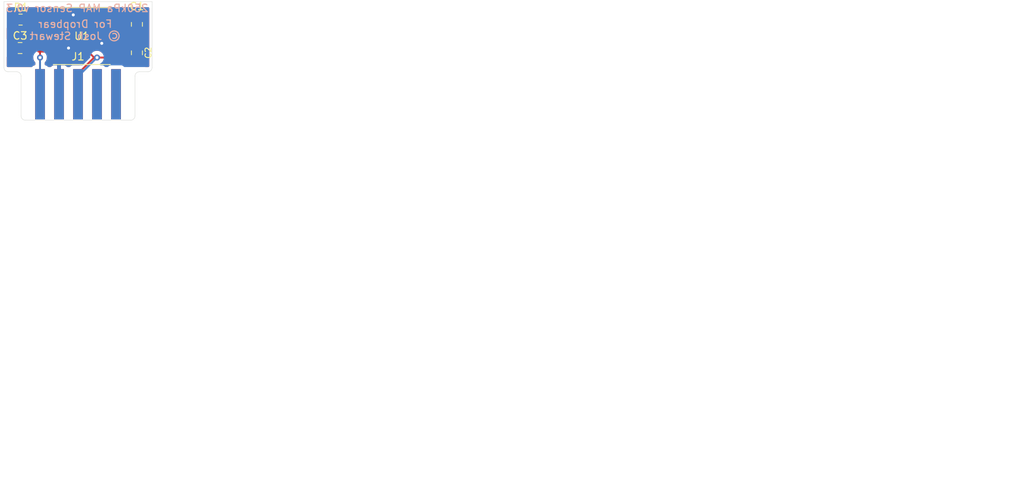
<source format=kicad_pcb>
(kicad_pcb (version 20221018) (generator pcbnew)
  (layers (0 "F.Cu" signal) (31 "B.Cu" signal) (34 "B.Paste" user) (35 "F.Paste" user) (36 "B.SilkS" user "B.Silkscreen") (37 "F.SilkS" user "F.Silkscreen") (38 "B.Mask" user) (39 "F.Mask" user) (44 "Edge.Cuts" user))
  (net 0 "")
  (net 1 "Net-(J1-PadA5)")
  (net 2 "GND")
  (net 3 "Net-(U1-Pad1)")
  (net 4 "Net-(U1-Pad5)")
  (net 5 "Net-(U1-Pad6)")
  (net 6 "Net-(U1-Pad7)")
  (net 7 "Net-(U1-Pad8)")
  (net 8 "Net-(J1-PadA4)")
  (net 9 "Net-(J1-PadB4)")
  (net 10 "Net-(J1-PadB5)")
  (net 11 "Net-(C1-Pad2)")
  (net 12 "Net-(C3-Pad2)")
  (footprint "Misc:MPXH6250AC6U" (layer "F.Cu") (at 154.178 100.63)
    (fp_text reference "U1" (at 0 0) (layer "F.SilkS"))
    (fp_text value "MPXH6250AC6U")
    (fp_line (start 0 -3.81) (end -3.81 -3.81) (stroke (width 0.12)) (layer "F.SilkS"))
    (fp_line (start 0 -3.81) (end 3.81 -3.81) (stroke (width 0.12)) (layer "F.SilkS"))
    (fp_line (start 0 3.81) (end -3.81 3.81) (stroke (width 0.12)) (layer "F.SilkS"))
    (fp_line (start 0 3.81) (end 3.81 3.81) (stroke (width 0.12)) (layer "F.SilkS"))
    (pad "1" smd roundrect (at -5.08 -1.905) (size 1.725 0.6) (layers "F.Cu" "F.Paste" "F.Mask") (net 3 "Net-(U1-Pad1)"))
    (pad "2" smd roundrect (at -5.08 -0.635) (size 1.725 0.6) (layers "F.Cu" "F.Paste" "F.Mask") (net 11 "Net-(C1-Pad2)"))
    (pad "3" smd roundrect (at -5.08 0.635) (size 1.725 0.6) (layers "F.Cu" "F.Paste" "F.Mask") (net 2 "GND"))
    (pad "4" smd roundrect (at -5.08 1.905) (size 1.725 0.6) (layers "F.Cu" "F.Paste" "F.Mask") (net 12 "Net-(C3-Pad2)"))
    (pad "5" smd roundrect (at 5.08 1.905) (size 1.725 0.6) (layers "F.Cu" "F.Paste" "F.Mask") (net 4 "Net-(U1-Pad5)"))
    (pad "6" smd roundrect (at 5.08 0.635) (size 1.725 0.6) (layers "F.Cu" "F.Paste" "F.Mask") (net 5 "Net-(U1-Pad6)"))
    (pad "7" smd roundrect (at 5.08 -0.635) (size 1.725 0.6) (layers "F.Cu" "F.Paste" "F.Mask") (net 6 "Net-(U1-Pad7)"))
    (pad "8" smd roundrect (at 5.1 -1.905) (size 1.725 0.6) (layers "F.Cu" "F.Paste" "F.Mask") (net 7 "Net-(U1-Pad8)"))
  )
  (footprint "Misc:Sullins_EBC05DRXN_2x05_P2.54mm_Edge" (layer "F.Cu") (at 148.59 105.918)
    (fp_text reference "J1" (at 5.08 -2.54) (layer "F.SilkS"))
    (fp_text value "EBC05DRXN_Card")
    (pad "A1" connect rect (at 0 2.5) (size 1.3 6.73) (layers "F.Cu") (net 12 "Net-(C3-Pad2)"))
    (pad "A2" connect rect (at 2.54 2.5) (size 1.3 6.73) (layers "F.Cu") (net 2 "GND"))
    (pad "A3" connect rect (at 5.08 2.5) (size 1.3 6.73) (layers "F.Cu") (net 11 "Net-(C1-Pad2)"))
    (pad "A4" connect rect (at 7.62 2.5) (size 1.3 6.73) (layers "F.Cu") (net 8 "Net-(J1-PadA4)"))
    (pad "A5" connect rect (at 10.16 2.5) (size 1.3 6.73) (layers "F.Cu") (net 1 "Net-(J1-PadA5)"))
    (pad "B1" connect rect (at 0 2.5) (size 1.3 6.73) (layers "B.Cu") (net 12 "Net-(C3-Pad2)"))
    (pad "B2" connect rect (at 2.54 2.5) (size 1.3 6.73) (layers "B.Cu") (net 2 "GND"))
    (pad "B3" connect rect (at 5.08 2.5) (size 1.3 6.73) (layers "B.Cu") (net 11 "Net-(C1-Pad2)"))
    (pad "B4" connect rect (at 7.62 2.5) (size 1.3 6.73) (layers "B.Cu") (net 9 "Net-(J1-PadB4)"))
    (pad "B5" connect rect (at 10.16 2.5) (size 1.3 6.73) (layers "B.Cu") (net 10 "Net-(J1-PadB5)"))
  )
  (footprint "Capacitor_SMD:C_0805_2012Metric" (layer "F.Cu") (at 161.544 102.87 90)
    (fp_text reference "C2" (at 0 1.524 270) (layer "F.SilkS") (effects (font (size 0.8 0.8) (thickness 0.13))))
    (fp_text value "1uF")
    (fp_line (start -0.261252 -0.735) (end 0.261252 -0.735) (stroke (width 0.12)) (layer "F.SilkS"))
    (fp_line (start -0.261252 0.735) (end 0.261252 0.735) (stroke (width 0.12)) (layer "F.SilkS"))
    (pad "1" smd roundrect (at -0.95 0 90) (size 1 1.45) (layers "F.Cu" "F.Paste" "F.Mask") (net 2 "GND"))
    (pad "2" smd roundrect (at 0.95 0 90) (size 1 1.45) (layers "F.Cu" "F.Paste" "F.Mask") (net 11 "Net-(C1-Pad2)"))
  )
  (footprint "Capacitor_SMD:C_0805_2012Metric" (layer "F.Cu") (at 145.923 102.235)
    (fp_text reference "C3" (at 0 -1.65) (layer "F.SilkS"))
    (fp_text value "47pF")
    (fp_line (start -0.261252 -0.735) (end 0.261252 -0.735) (stroke (width 0.12)) (layer "F.SilkS"))
    (fp_line (start -0.261252 0.735) (end 0.261252 0.735) (stroke (width 0.12)) (layer "F.SilkS"))
    (pad "1" smd roundrect (at -0.95 0) (size 1 1.45) (layers "F.Cu" "F.Paste" "F.Mask") (net 2 "GND"))
    (pad "2" smd roundrect (at 0.95 0) (size 1 1.45) (layers "F.Cu" "F.Paste" "F.Mask") (net 12 "Net-(C3-Pad2)"))
  )
  (footprint "Resistor_SMD:R_0805_2012Metric" (layer "F.Cu") (at 145.9865 98.425 180)
    (fp_text reference "R1" (at -0.0635 1.651) (layer "F.SilkS"))
    (fp_text value "51K")
    (fp_line (start -0.227064 -0.735) (end 0.227064 -0.735) (stroke (width 0.12)) (layer "F.SilkS"))
    (fp_line (start -0.227064 0.735) (end 0.227064 0.735) (stroke (width 0.12)) (layer "F.SilkS"))
    (pad "1" smd roundrect (at -0.9125 0 180) (size 1.025 1.4) (layers "F.Cu" "F.Paste" "F.Mask") (roundrect_rratio 0.243902439) (net 12 "Net-(C3-Pad2)"))
    (pad "2" smd roundrect (at 0.9125 0 180) (size 1.025 1.4) (layers "F.Cu" "F.Paste" "F.Mask") (roundrect_rratio 0.243902439) (net 2 "GND"))
  )
  (footprint "Capacitor_SMD:C_0805_2012Metric" (layer "F.Cu") (at 161.544 99.06 -90)
    (fp_text reference "C1" (at -2.413 0 180) (layer "F.SilkS"))
    (fp_text value "0.01uF")
    (fp_line (start -0.261252 -0.735) (end 0.261252 -0.735) (stroke (width 0.12)) (layer "F.SilkS"))
    (fp_line (start -0.261252 0.735) (end 0.261252 0.735) (stroke (width 0.12)) (layer "F.SilkS"))
    (pad "1" smd roundrect (at -0.95 0 270) (size 1 1.45) (layers "F.Cu" "F.Paste" "F.Mask") (net 2 "GND"))
    (pad "2" smd roundrect (at 0.95 0 270) (size 1 1.45) (layers "F.Cu" "F.Paste" "F.Mask") (net 11 "Net-(C1-Pad2)"))
  )
  (gr_line (start 143.764 96.012) (end 143.764 104.8385) (stroke (width 0.05)) (layer "Edge.Cuts"))
  (gr_arc (start 161.29 105.9815) (mid 161.457388 105.577388) (end 161.8615 105.41) (stroke (width 0.05)) (layer "Edge.Cuts"))
  (gr_arc (start 163.576 104.8385) (mid 163.408612 105.242612) (end 163.0045 105.41) (stroke (width 0.05)) (layer "Edge.Cuts"))
  (gr_arc (start 146.6215 111.887) (mid 146.217388 111.719612) (end 146.05 111.3155) (stroke (width 0.05)) (layer "Edge.Cuts"))
  (gr_arc (start 145.4785 105.41) (mid 145.882612 105.577388) (end 146.05 105.9815) (stroke (width 0.05)) (layer "Edge.Cuts"))
  (gr_arc (start 144.3355 105.41) (mid 143.931388 105.242612) (end 143.764 104.8385) (stroke (width 0.05)) (layer "Edge.Cuts"))
  (gr_arc (start 161.29 111.3155) (mid 161.122612 111.719612) (end 160.7185 111.887) (stroke (width 0.05)) (layer "Edge.Cuts"))
  (gr_line (start 163.576 96.012) (end 143.764 96.012) (stroke (width 0.05)) (layer "Edge.Cuts"))
  (gr_line (start 161.8615 105.41) (end 163.0045 105.41) (stroke (width 0.05)) (layer "Edge.Cuts"))
  (gr_line (start 146.6215 111.887) (end 160.7185 111.887) (stroke (width 0.05)) (layer "Edge.Cuts"))
  (gr_line (start 163.576 104.8385) (end 163.576 96.012) (stroke (width 0.05)) (layer "Edge.Cuts"))
  (gr_line (start 146.05 105.9815) (end 146.05 111.3155) (stroke (width 0.05)) (layer "Edge.Cuts"))
  (gr_line (start 144.3355 105.41) (end 145.4785 105.41) (stroke (width 0.05)) (layer "Edge.Cuts"))
  (gr_line (start 161.29 111.3155) (end 161.29 105.9815) (stroke (width 0.05)) (layer "Edge.Cuts"))
  (gr_text "For Dropbear\n© Josh Stewart" (at 153.289 99.822) (layer "B.SilkS") (effects (font (size 1 1)) (justify mirror)))
  (gr_text "250kPa MAP Sensor v0.3" (at 153.543 96.901) (layer "B.SilkS") (effects (font (size 1 1)) (justify mirror)))
  (segment (start 149.098 101.265) (end 150.795 101.265) (width 0.5) (layer "F.Cu") (net 2))
  (segment (start 150.795 101.265) (end 151.13 101.6) (width 0.5) (layer "F.Cu") (net 2))
  (segment (start 151.13 101.6) (end 151.13 108.418) (width 0.5) (layer "F.Cu") (net 2))
  (via (at 153.035 97.79) (size 0.8) (drill 0.4) (layers "F.Cu" "B.Cu") (net 2))
  (via (at 156.845 101.6) (size 0.8) (drill 0.4) (layers "F.Cu" "B.Cu") (net 2))
  (via (at 152.4 102.235) (size 0.8) (drill 0.4) (layers "F.Cu" "B.Cu") (net 2))
  (segment (start 151.13 104.14) (end 151.13 108.418) (width 0.5) (layer "B.Cu") (net 2))
  (segment (start 152.4 102.87) (end 151.13 104.14) (width 0.5) (layer "B.Cu") (net 2))
  (segment (start 152.4 102.235) (end 152.4 102.87) (width 0.5) (layer "B.Cu") (net 2))
  (segment (start 156.21 103.505) (end 155.818 103.505) (width 0.25) (layer "F.Cu") (net 11))
  (segment (start 161.544 100.01) (end 161.544 101.92) (width 0.25) (layer "F.Cu") (net 11))
  (segment (start 160.147 103.505) (end 156.21 103.505) (width 0.25) (layer "F.Cu") (net 11))
  (segment (start 161.544 102.108) (end 160.147 103.505) (width 0.25) (layer "F.Cu") (net 11))
  (segment (start 161.544 101.92) (end 161.544 102.108) (width 0.25) (layer "F.Cu") (net 11))
  (segment (start 152.208 99.895) (end 149.198 99.895) (width 0.25) (layer "F.Cu") (net 11))
  (segment (start 153.67 105.653) (end 153.67 108.418) (width 0.25) (layer "F.Cu") (net 11))
  (segment (start 155.818 103.505) (end 152.208 99.895) (width 0.25) (layer "F.Cu") (net 11))
  (segment (start 149.198 99.895) (end 149.098 99.995) (width 0.25) (layer "F.Cu") (net 11))
  (segment (start 155.818 103.505) (end 153.67 105.653) (width 0.25) (layer "F.Cu") (net 11))
  (via (at 156.21 103.505) (size 0.8) (drill 0.4) (layers "F.Cu" "B.Cu") (net 11))
  (segment (start 156.21 103.505) (end 153.67 106.045) (width 0.25) (layer "B.Cu") (net 11))
  (segment (start 153.67 106.045) (end 153.67 108.418) (width 0.25) (layer "B.Cu") (net 11))
  (segment (start 148.59 103.505) (end 148.59 108.418) (width 0.25) (layer "F.Cu") (net 12))
  (segment (start 146.924 98.425) (end 146.924 102.1715) (width 0.25) (layer "F.Cu") (net 12))
  (segment (start 148.59 102.743) (end 148.59 103.505) (width 0.25) (layer "F.Cu") (net 12))
  (segment (start 146.924 102.1715) (end 146.8605 102.235) (width 0.25) (layer "F.Cu") (net 12))
  (segment (start 149.098 102.235) (end 148.59 102.743) (width 0.25) (layer "F.Cu") (net 12))
  (segment (start 146.8605 102.235) (end 149.098 102.235) (width 0.25) (layer "F.Cu") (net 12))
  (via (at 148.59 103.505) (size 0.8) (drill 0.4) (layers "F.Cu" "B.Cu") (net 12))
  (segment (start 148.59 103.505) (end 148.59 108.418) (width 0.25) (layer "B.Cu") (net 12))
  (zone (net 2) (net_name "GND") (layer "F.Cu") (connect_pads (clearance 0.508)) (min_thickness 0.254) (fill yes (thermal_gap 0.508) (thermal_bridge_width 0.508))
    (polygon (pts (xy 163.195 96.774) (xy 144.145 96.774) (xy 144.145 104.775) (xy 163.195 104.775)))
  )
  (zone (net 2) (net_name "GND") (layer "B.Cu") (connect_pads (clearance 0.508)) (min_thickness 0.254) (fill yes (thermal_gap 0.508) (thermal_bridge_width 0.508))
    (polygon (pts (xy 163.195 96.774) (xy 144.145 96.774) (xy 144.145 104.775) (xy 163.195 104.775)))
  )
)
</source>
